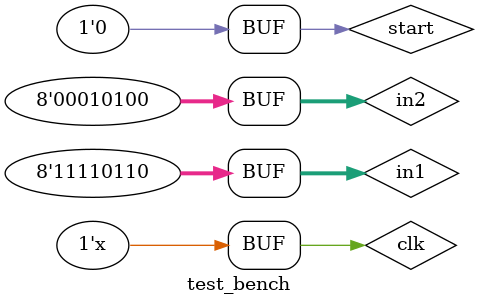
<source format=v>
`timescale 1ns/1ns
module test_bench;
	reg clk, start;
	reg [7:0] in1, in2;
	wire valid;
	wire [15:0] out;
	booth exe_test(.clk(clk), .start(start), .in1(in1), .in2(in2), .valid(valid), .out(out));
	initial clk = 1;
	always #5 clk = ~clk;
	initial
	begin
		start <= 1;
		in1 <= 4;
		in2 <= 5;
		#10;
		start <= 0;

		#400;
		start <= 1;
		in1 <= 6;
		in2 <= 10;
		#10;
		start <= 0;

		#400;
		start <= 1;
		in1 <= -10;
		in2 <= 20;
		#10;
		start <= 0;
	end
endmodule


</source>
